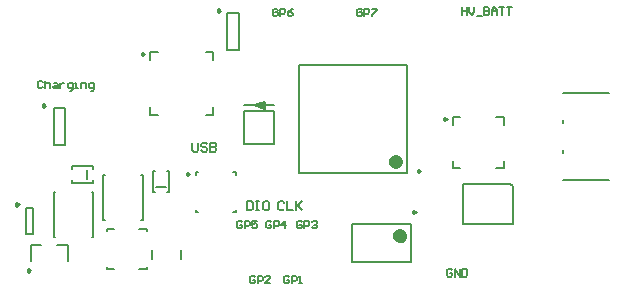
<source format=gto>
G04*
G04 #@! TF.GenerationSoftware,Altium Limited,Altium Designer,20.1.14 (287)*
G04*
G04 Layer_Color=16777215*
%FSLAX25Y25*%
%MOIN*%
G70*
G04*
G04 #@! TF.SameCoordinates,B4ACC901-58E3-418A-A1C3-F6E1E6CBF67F*
G04*
G04*
G04 #@! TF.FilePolarity,Positive*
G04*
G01*
G75*
%ADD10C,0.00984*%
%ADD11C,0.00394*%
%ADD12C,0.02362*%
%ADD13C,0.00787*%
%ADD14C,0.00500*%
G54D10*
X-159323Y27423D02*
X-160061Y27849D01*
Y26997D01*
X-159323Y27423D01*
X-134121Y41849D02*
X-134859Y42275D01*
Y41423D01*
X-134121Y41849D01*
X-192289Y10218D02*
X-193027Y10644D01*
Y9792D01*
X-192289Y10218D01*
X-58487Y5749D02*
X-59225Y6175D01*
Y5323D01*
X-58487Y5749D01*
X-197448Y-44698D02*
X-198186Y-44272D01*
Y-45124D01*
X-197448Y-44698D01*
X-201189Y-22651D02*
X-201927Y-22225D01*
Y-23077D01*
X-201189Y-22651D01*
X-144259Y-12572D02*
X-144997Y-12146D01*
Y-12998D01*
X-144259Y-12572D01*
X-67224Y-11605D02*
X-67962Y-11179D01*
Y-12031D01*
X-67224Y-11605D01*
X-68833Y-25191D02*
X-69571Y-24765D01*
Y-25617D01*
X-68833Y-25191D01*
G54D11*
X-35928Y-15389D02*
D03*
X-176090Y-16896D02*
D03*
X-172786Y-29528D02*
D03*
X-156644Y-44159D02*
D03*
G54D12*
X-74409Y-8357D02*
X-74854Y-7434D01*
X-75853Y-7205D01*
X-76654Y-7844D01*
Y-8869D01*
X-75853Y-9508D01*
X-74854Y-9280D01*
X-74409Y-8357D01*
X-72987Y-33163D02*
X-73431Y-32240D01*
X-74431Y-32012D01*
X-75232Y-32651D01*
Y-33676D01*
X-74431Y-34315D01*
X-73431Y-34087D01*
X-72987Y-33163D01*
G54D13*
X-157256Y25553D02*
Y28014D01*
X-154795D01*
X-138850D02*
X-136390D01*
Y25553D02*
Y28014D01*
Y7147D02*
Y9608D01*
X-138850Y7147D02*
X-136390D01*
X-157256D02*
Y9608D01*
Y7147D02*
X-154795D01*
X-127625Y28759D02*
Y40963D01*
X-131562Y28759D02*
Y40963D01*
Y28759D02*
X-127625D01*
X-131562Y40963D02*
X-127625D01*
X-189533Y9332D02*
X-185596D01*
X-189533Y-2872D02*
X-185596D01*
X-189533D02*
Y9332D01*
X-185596Y-2872D02*
Y9332D01*
X-19796Y4575D02*
Y5425D01*
Y-5425D02*
Y-4575D01*
Y-14575D02*
X-4442D01*
X-19796Y14575D02*
X-4442D01*
X-40455Y-15783D02*
X-37306D01*
X-36518Y-16570D01*
Y-29168D02*
Y-16570D01*
X-53054Y-29168D02*
X-36518D01*
X-53054D02*
Y-15783D01*
X-40455D01*
X-56420Y-10590D02*
X-53959D01*
X-56420D02*
Y-8129D01*
X-41951Y-10590D02*
X-39491D01*
Y-8129D01*
Y3879D02*
Y6339D01*
X-41951D02*
X-39491D01*
X-56420D02*
X-53959D01*
X-56420Y3879D02*
Y6339D01*
X-156469Y-18714D02*
X-155583D01*
X-156469Y-11627D02*
X-155583D01*
X-151843Y-18714D02*
X-150957D01*
X-151843Y-11627D02*
X-150957D01*
X-156469Y-18714D02*
Y-11627D01*
X-150957Y-18714D02*
Y-11627D01*
X-155288Y-16745D02*
X-152139D01*
X-189476Y-33431D02*
Y-18471D01*
X-176287Y-33431D02*
Y-18471D01*
X-189476Y-33431D02*
X-188886D01*
X-176878D02*
X-176287D01*
X-189476Y-18471D02*
X-188886D01*
X-176878D02*
X-176287D01*
X-172983Y-27953D02*
X-172392D01*
X-160385D02*
X-159794D01*
X-172983Y-12993D02*
X-172392D01*
X-160385D02*
X-159794D01*
X-172983Y-27953D02*
Y-12993D01*
X-159794Y-27953D02*
Y-12993D01*
X-178354Y-14383D02*
Y-11233D01*
X-183472Y-10052D02*
X-176386D01*
X-183472Y-15564D02*
X-176386D01*
X-183472Y-10938D02*
Y-10052D01*
X-176386Y-10938D02*
Y-10052D01*
X-183472Y-15564D02*
Y-14678D01*
X-176386Y-15564D02*
Y-14678D01*
X-158416Y-44159D02*
Y-43471D01*
Y-31463D02*
Y-30774D01*
X-171802Y-44159D02*
Y-43471D01*
Y-31463D02*
Y-30774D01*
X-160995Y-44159D02*
X-158416D01*
X-171802D02*
X-169223D01*
X-160995Y-30774D02*
X-158416D01*
X-171802D02*
X-169223D01*
X-156740Y-41010D02*
Y-37860D01*
X-147213Y-41010D02*
Y-37860D01*
X-197054Y-41647D02*
Y-36135D01*
X-193609D01*
X-184850Y-41647D02*
Y-36135D01*
X-188295D02*
X-184850D01*
X-198827Y-23832D02*
X-196464D01*
X-198827Y-32493D02*
X-196464D01*
X-198827D02*
Y-23832D01*
X-196464Y-32493D02*
Y-23832D01*
X-142192Y-25367D02*
X-141405D01*
X-142192D02*
Y-24580D01*
X-129594Y-25367D02*
X-128806D01*
Y-24580D01*
Y-12769D02*
Y-11982D01*
X-129594D02*
X-128806D01*
X-142192D02*
X-141405D01*
X-142192Y-12769D02*
Y-11982D01*
X-71653Y-12294D02*
Y23927D01*
X-107873Y-12294D02*
Y23927D01*
Y-12294D02*
X-71653D01*
X-107873Y23927D02*
X-71653D01*
X-89916Y-41825D02*
Y-29226D01*
X-70231Y-41825D02*
Y-29226D01*
X-89916Y-41825D02*
X-70231D01*
X-89916Y-29226D02*
X-70231D01*
G54D14*
X-120264Y9565D02*
X-119083Y11534D01*
X-120264Y9565D02*
X-119083Y9171D01*
X-120264Y11140D02*
X-119083Y9171D01*
X-120855Y10943D02*
X-120264Y11140D01*
X-120855Y10943D02*
X-119083Y9171D01*
X-120855Y9762D02*
X-119083Y9171D01*
X-120855Y9762D02*
X-119083Y11534D01*
X-122626Y10352D02*
X-118296D01*
X-120658Y9959D02*
X-119083Y10352D01*
X-120658Y10746D02*
X-119083Y10352D01*
X-122626Y10352D02*
X-120658Y10746D01*
X-122626Y10352D02*
X-120658Y9959D01*
Y10746D01*
X-126170Y10352D02*
X-122626D01*
X-119083Y10352D02*
X-115934Y10352D01*
X-122626D02*
X-119083Y11534D01*
X-122626Y10352D02*
X-119083Y9171D01*
Y11534D01*
X-126170Y-2640D02*
Y8384D01*
Y-2640D02*
X-115934D01*
Y8384D01*
X-126170D02*
X-115934D01*
X-56634Y-44717D02*
X-57050Y-44301D01*
X-57884D01*
X-58300Y-44717D01*
Y-46384D01*
X-57884Y-46800D01*
X-57050D01*
X-56634Y-46384D01*
Y-45550D01*
X-57467D01*
X-55801Y-46800D02*
Y-44301D01*
X-54135Y-46800D01*
Y-44301D01*
X-53302D02*
Y-46800D01*
X-52052D01*
X-51635Y-46384D01*
Y-44717D01*
X-52052Y-44301D01*
X-53302D01*
X-111034Y-46917D02*
X-111450Y-46501D01*
X-112284D01*
X-112700Y-46917D01*
Y-48583D01*
X-112284Y-49000D01*
X-111450D01*
X-111034Y-48583D01*
Y-47750D01*
X-111867D01*
X-110201Y-49000D02*
Y-46501D01*
X-108951D01*
X-108535Y-46917D01*
Y-47750D01*
X-108951Y-48167D01*
X-110201D01*
X-107702Y-49000D02*
X-106869D01*
X-107285D01*
Y-46501D01*
X-107702Y-46917D01*
X-53459Y43016D02*
Y40516D01*
Y41766D01*
X-51793D01*
Y43016D01*
Y40516D01*
X-50960Y43016D02*
Y41350D01*
X-50127Y40516D01*
X-49294Y41350D01*
Y43016D01*
X-48461Y40100D02*
X-46795D01*
X-45961Y43016D02*
Y40516D01*
X-44712D01*
X-44295Y40933D01*
Y41350D01*
X-44712Y41766D01*
X-45961D01*
X-44712D01*
X-44295Y42183D01*
Y42599D01*
X-44712Y43016D01*
X-45961D01*
X-43462Y40516D02*
Y42183D01*
X-42629Y43016D01*
X-41796Y42183D01*
Y40516D01*
Y41766D01*
X-43462D01*
X-40963Y43016D02*
X-39297D01*
X-40130D01*
Y40516D01*
X-38464Y43016D02*
X-36798D01*
X-37631D01*
Y40516D01*
X-193134Y18116D02*
X-193550Y18532D01*
X-194384D01*
X-194800Y18116D01*
Y16450D01*
X-194384Y16033D01*
X-193550D01*
X-193134Y16450D01*
X-192301Y18532D02*
Y16033D01*
Y17283D01*
X-191884Y17699D01*
X-191051D01*
X-190635Y17283D01*
Y16033D01*
X-189385Y17699D02*
X-188552D01*
X-188136Y17283D01*
Y16033D01*
X-189385D01*
X-189802Y16450D01*
X-189385Y16866D01*
X-188136D01*
X-187302Y17699D02*
Y16033D01*
Y16866D01*
X-186886Y17283D01*
X-186469Y17699D01*
X-186053D01*
X-183970Y15200D02*
X-183554D01*
X-183137Y15617D01*
Y17699D01*
X-184387D01*
X-184803Y17283D01*
Y16450D01*
X-184387Y16033D01*
X-183137D01*
X-182304D02*
X-181471D01*
X-181887D01*
Y17699D01*
X-182304D01*
X-180221Y16033D02*
Y17699D01*
X-178972D01*
X-178555Y17283D01*
Y16033D01*
X-176889Y15200D02*
X-176473D01*
X-176056Y15617D01*
Y17699D01*
X-177306D01*
X-177722Y17283D01*
Y16450D01*
X-177306Y16033D01*
X-176056D01*
X-143325Y-2177D02*
Y-4676D01*
X-142825Y-5176D01*
X-141826D01*
X-141326Y-4676D01*
Y-2177D01*
X-138327Y-2677D02*
X-138827Y-2177D01*
X-139826D01*
X-140326Y-2677D01*
Y-3176D01*
X-139826Y-3676D01*
X-138827D01*
X-138327Y-4176D01*
Y-4676D01*
X-138827Y-5176D01*
X-139826D01*
X-140326Y-4676D01*
X-137327Y-2177D02*
Y-5176D01*
X-135828D01*
X-135328Y-4676D01*
Y-4176D01*
X-135828Y-3676D01*
X-137327D01*
X-135828D01*
X-135328Y-3176D01*
Y-2677D01*
X-135828Y-2177D01*
X-137327D01*
X-106734Y-28617D02*
X-107150Y-28201D01*
X-107984D01*
X-108400Y-28617D01*
Y-30283D01*
X-107984Y-30700D01*
X-107150D01*
X-106734Y-30283D01*
Y-29450D01*
X-107567D01*
X-105901Y-30700D02*
Y-28201D01*
X-104651D01*
X-104235Y-28617D01*
Y-29450D01*
X-104651Y-29867D01*
X-105901D01*
X-103402Y-28617D02*
X-102985Y-28201D01*
X-102152D01*
X-101735Y-28617D01*
Y-29034D01*
X-102152Y-29450D01*
X-102569D01*
X-102152D01*
X-101735Y-29867D01*
Y-30283D01*
X-102152Y-30700D01*
X-102985D01*
X-103402Y-30283D01*
X-126640Y-28617D02*
X-127057Y-28201D01*
X-127890D01*
X-128306Y-28617D01*
Y-30283D01*
X-127890Y-30700D01*
X-127057D01*
X-126640Y-30283D01*
Y-29450D01*
X-127473D01*
X-125807Y-30700D02*
Y-28201D01*
X-124557D01*
X-124141Y-28617D01*
Y-29450D01*
X-124557Y-29867D01*
X-125807D01*
X-121642Y-28201D02*
X-123308D01*
Y-29450D01*
X-122475Y-29034D01*
X-122058D01*
X-121642Y-29450D01*
Y-30283D01*
X-122058Y-30700D01*
X-122891D01*
X-123308Y-30283D01*
X-116917Y-28617D02*
X-117334Y-28201D01*
X-118167D01*
X-118583Y-28617D01*
Y-30283D01*
X-118167Y-30700D01*
X-117334D01*
X-116917Y-30283D01*
Y-29450D01*
X-117750D01*
X-116084Y-30700D02*
Y-28201D01*
X-114834D01*
X-114418Y-28617D01*
Y-29450D01*
X-114834Y-29867D01*
X-116084D01*
X-112335Y-30700D02*
Y-28201D01*
X-113585Y-29450D01*
X-111919D01*
X-112601Y-22104D02*
X-113101Y-21604D01*
X-114100D01*
X-114600Y-22104D01*
Y-24103D01*
X-114100Y-24603D01*
X-113101D01*
X-112601Y-24103D01*
X-111601Y-21604D02*
Y-24603D01*
X-109602D01*
X-108602Y-21604D02*
Y-24603D01*
Y-23603D01*
X-106603Y-21604D01*
X-108102Y-23103D01*
X-106603Y-24603D01*
X-114834Y42183D02*
X-115250Y42599D01*
X-116084D01*
X-116500Y42183D01*
Y40516D01*
X-116084Y40100D01*
X-115250D01*
X-114834Y40516D01*
Y41350D01*
X-115667D01*
X-114001Y40100D02*
Y42599D01*
X-112751D01*
X-112335Y42183D01*
Y41350D01*
X-112751Y40933D01*
X-114001D01*
X-109836Y42599D02*
X-110669Y42183D01*
X-111502Y41350D01*
Y40516D01*
X-111085Y40100D01*
X-110252D01*
X-109836Y40516D01*
Y40933D01*
X-110252Y41350D01*
X-111502D01*
X-86730Y42183D02*
X-87146Y42599D01*
X-87979D01*
X-88396Y42183D01*
Y40516D01*
X-87979Y40100D01*
X-87146D01*
X-86730Y40516D01*
Y41350D01*
X-87563D01*
X-85897Y40100D02*
Y42599D01*
X-84647D01*
X-84231Y42183D01*
Y41350D01*
X-84647Y40933D01*
X-85897D01*
X-83398Y42599D02*
X-81731D01*
Y42183D01*
X-83398Y40516D01*
Y40100D01*
X-125100Y-21604D02*
Y-24603D01*
X-123600D01*
X-123101Y-24103D01*
Y-22104D01*
X-123600Y-21604D01*
X-125100D01*
X-122101D02*
X-121101D01*
X-121601D01*
Y-24603D01*
X-122101D01*
X-121101D01*
X-118102Y-21604D02*
X-119102D01*
X-119602Y-22104D01*
Y-24103D01*
X-119102Y-24603D01*
X-118102D01*
X-117602Y-24103D01*
Y-22104D01*
X-118102Y-21604D01*
X-122334Y-46917D02*
X-122750Y-46501D01*
X-123583D01*
X-124000Y-46917D01*
Y-48583D01*
X-123583Y-49000D01*
X-122750D01*
X-122334Y-48583D01*
Y-47750D01*
X-123167D01*
X-121501Y-49000D02*
Y-46501D01*
X-120251D01*
X-119835Y-46917D01*
Y-47750D01*
X-120251Y-48167D01*
X-121501D01*
X-117335Y-49000D02*
X-119002D01*
X-117335Y-47334D01*
Y-46917D01*
X-117752Y-46501D01*
X-118585D01*
X-119002Y-46917D01*
M02*

</source>
